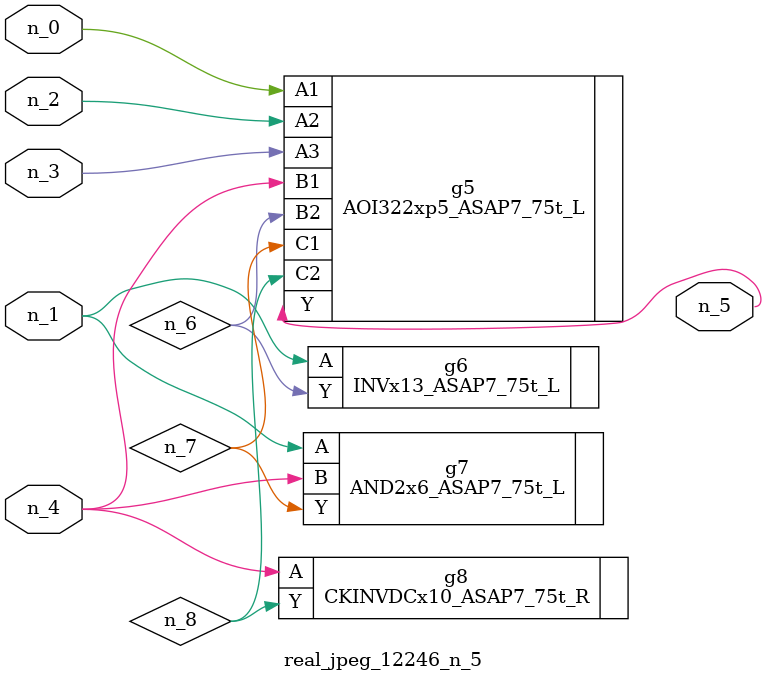
<source format=v>
module real_jpeg_12246_n_5 (n_4, n_0, n_1, n_2, n_3, n_5);

input n_4;
input n_0;
input n_1;
input n_2;
input n_3;

output n_5;

wire n_8;
wire n_6;
wire n_7;

AOI322xp5_ASAP7_75t_L g5 ( 
.A1(n_0),
.A2(n_2),
.A3(n_3),
.B1(n_4),
.B2(n_6),
.C1(n_7),
.C2(n_8),
.Y(n_5)
);

INVx13_ASAP7_75t_L g6 ( 
.A(n_1),
.Y(n_6)
);

AND2x6_ASAP7_75t_L g7 ( 
.A(n_1),
.B(n_4),
.Y(n_7)
);

CKINVDCx10_ASAP7_75t_R g8 ( 
.A(n_4),
.Y(n_8)
);


endmodule
</source>
